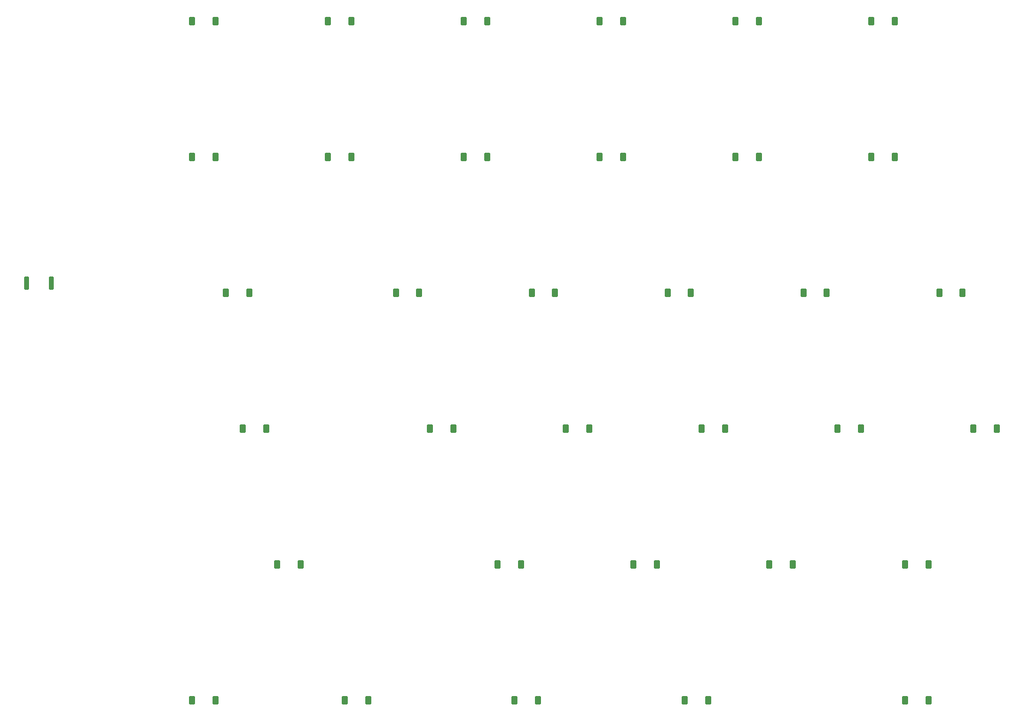
<source format=gbr>
%TF.GenerationSoftware,KiCad,Pcbnew,8.0.6*%
%TF.CreationDate,2025-05-11T12:33:18+09:00*%
%TF.ProjectId,65_split_left,36355f73-706c-4697-945f-6c6566742e6b,rev?*%
%TF.SameCoordinates,PX12f0318PYf8a778*%
%TF.FileFunction,Paste,Top*%
%TF.FilePolarity,Positive*%
%FSLAX46Y46*%
G04 Gerber Fmt 4.6, Leading zero omitted, Abs format (unit mm)*
G04 Created by KiCad (PCBNEW 8.0.6) date 2025-05-11 12:33:18*
%MOMM*%
%LPD*%
G01*
G04 APERTURE LIST*
G04 Aperture macros list*
%AMRoundRect*
0 Rectangle with rounded corners*
0 $1 Rounding radius*
0 $2 $3 $4 $5 $6 $7 $8 $9 X,Y pos of 4 corners*
0 Add a 4 corners polygon primitive as box body*
4,1,4,$2,$3,$4,$5,$6,$7,$8,$9,$2,$3,0*
0 Add four circle primitives for the rounded corners*
1,1,$1+$1,$2,$3*
1,1,$1+$1,$4,$5*
1,1,$1+$1,$6,$7*
1,1,$1+$1,$8,$9*
0 Add four rect primitives between the rounded corners*
20,1,$1+$1,$2,$3,$4,$5,0*
20,1,$1+$1,$4,$5,$6,$7,0*
20,1,$1+$1,$6,$7,$8,$9,0*
20,1,$1+$1,$8,$9,$2,$3,0*%
G04 Aperture macros list end*
%ADD10RoundRect,0.225000X-0.225000X-0.375000X0.225000X-0.375000X0.225000X0.375000X-0.225000X0.375000X0*%
%ADD11RoundRect,0.170000X-0.170000X-0.780000X0.170000X-0.780000X0.170000X0.780000X-0.170000X0.780000X0*%
G04 APERTURE END LIST*
D10*
%TO.C,SW32*%
X76542750Y-96825000D03*
X79842750Y-96825000D03*
%TD*%
%TO.C,SW28*%
X112261500Y-77775000D03*
X115561500Y-77775000D03*
%TD*%
%TO.C,SW11*%
X107499000Y-20625000D03*
X110799000Y-20625000D03*
%TD*%
%TO.C,SW20*%
X64636500Y-58725000D03*
X67936500Y-58725000D03*
%TD*%
%TO.C,SW9*%
X69399000Y-20625000D03*
X72699000Y-20625000D03*
%TD*%
%TO.C,SW29*%
X131311500Y-77775000D03*
X134611500Y-77775000D03*
%TD*%
%TO.C,SW18*%
X136074000Y-39675000D03*
X139374000Y-39675000D03*
%TD*%
%TO.C,SW21*%
X83686500Y-58725000D03*
X86986500Y-58725000D03*
%TD*%
%TO.C,SW3*%
X69399000Y-1575000D03*
X72699000Y-1575000D03*
%TD*%
%TO.C,SW34*%
X131311500Y-96825000D03*
X134611500Y-96825000D03*
%TD*%
%TO.C,SW14*%
X59874000Y-39675000D03*
X63174000Y-39675000D03*
%TD*%
%TO.C,SW10*%
X88449000Y-20625000D03*
X91749000Y-20625000D03*
%TD*%
%TO.C,SW15*%
X78924000Y-39675000D03*
X82224000Y-39675000D03*
%TD*%
%TO.C,SW27*%
X93211500Y-77775000D03*
X96511500Y-77775000D03*
%TD*%
%TO.C,SW8*%
X50349000Y-20625000D03*
X53649000Y-20625000D03*
%TD*%
%TO.C,SW33*%
X100355250Y-96825000D03*
X103655250Y-96825000D03*
%TD*%
%TO.C,SW30*%
X31299000Y-96825000D03*
X34599000Y-96825000D03*
%TD*%
%TO.C,SW4*%
X88449000Y-1575000D03*
X91749000Y-1575000D03*
%TD*%
%TO.C,SW25*%
X43205250Y-77775000D03*
X46505250Y-77775000D03*
%TD*%
%TO.C,SW17*%
X117024000Y-39675000D03*
X120324000Y-39675000D03*
%TD*%
%TO.C,SW26*%
X74161500Y-77775000D03*
X77461500Y-77775000D03*
%TD*%
%TO.C,SW12*%
X126549000Y-20625000D03*
X129849000Y-20625000D03*
%TD*%
%TO.C,SW2*%
X50349000Y-1575000D03*
X53649000Y-1575000D03*
%TD*%
%TO.C,SW6*%
X126549000Y-1575000D03*
X129849000Y-1575000D03*
%TD*%
%TO.C,SW5*%
X107499000Y-1575000D03*
X110799000Y-1575000D03*
%TD*%
%TO.C,SW24*%
X140836500Y-58725000D03*
X144136500Y-58725000D03*
%TD*%
%TO.C,SW31*%
X52730250Y-96825000D03*
X56030250Y-96825000D03*
%TD*%
%TO.C,SW22*%
X102736500Y-58725000D03*
X106036500Y-58725000D03*
%TD*%
%TO.C,SW1*%
X31299000Y-1575000D03*
X34599000Y-1575000D03*
%TD*%
%TO.C,SW13*%
X36061500Y-39675000D03*
X39361500Y-39675000D03*
%TD*%
%TO.C,SW16*%
X97974000Y-39675000D03*
X101274000Y-39675000D03*
%TD*%
%TO.C,SW23*%
X121786500Y-58725000D03*
X125086500Y-58725000D03*
%TD*%
%TO.C,SW19*%
X38442750Y-58725000D03*
X41742750Y-58725000D03*
%TD*%
%TO.C,SW7*%
X31299000Y-20625000D03*
X34599000Y-20625000D03*
%TD*%
D11*
%TO.C,SW37*%
X8135000Y-38305000D03*
X11535000Y-38305000D03*
%TD*%
M02*

</source>
